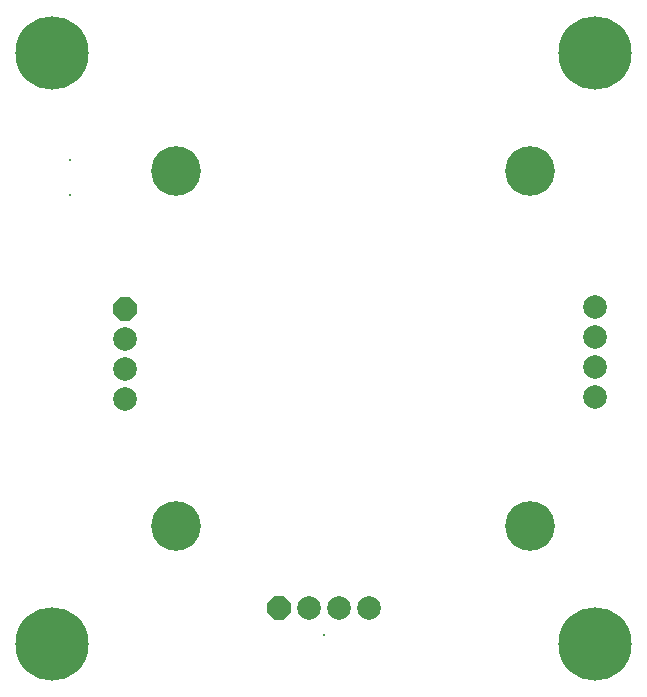
<source format=gbs>
G04 Layer_Color=16711935*
%FSLAX44Y44*%
%MOMM*%
G71*
G01*
G75*
%ADD27C,6.2032*%
%ADD28C,4.2032*%
%ADD29C,2.0032*%
%ADD30P,2.1683X8X292.5*%
%ADD31C,0.2032*%
%ADD32P,2.1683X8X22.5*%
G04:AMPARAMS|DCode=33|XSize=0.2032mm|YSize=0.2032mm|CornerRadius=0mm|HoleSize=0mm|Usage=FLASHONLY|Rotation=0.000|XOffset=0mm|YOffset=0mm|HoleType=Round|Shape=RoundedRectangle|*
%AMROUNDEDRECTD33*
21,1,0.2032,0.2032,0,0,0.0*
21,1,0.2032,0.2032,0,0,0.0*
1,1,0.0000,0.1016,-0.1016*
1,1,0.0000,-0.1016,-0.1016*
1,1,0.0000,-0.1016,0.1016*
1,1,0.0000,0.1016,0.1016*
%
%ADD33ROUNDEDRECTD33*%
D27*
X505000Y550000D02*
D03*
X45000D02*
D03*
Y50000D02*
D03*
X505000D02*
D03*
D28*
X150000Y450000D02*
D03*
Y150000D02*
D03*
X450000D02*
D03*
Y450000D02*
D03*
D29*
X505000Y335400D02*
D03*
Y259200D02*
D03*
Y284600D02*
D03*
Y310000D02*
D03*
X107000Y307950D02*
D03*
Y282550D02*
D03*
Y257150D02*
D03*
X313100Y80000D02*
D03*
X287700D02*
D03*
X262300D02*
D03*
D30*
X107000Y333350D02*
D03*
D31*
X60000Y429760D02*
D03*
Y459760D02*
D03*
D32*
X236900Y80000D02*
D03*
D33*
X275000Y57200D02*
D03*
M02*

</source>
